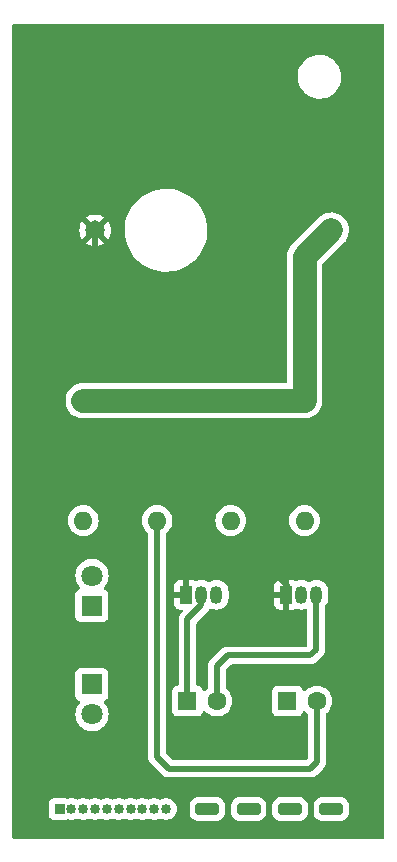
<source format=gbr>
%TF.GenerationSoftware,KiCad,Pcbnew,7.0.7*%
%TF.CreationDate,2024-04-06T11:31:03+09:00*%
%TF.ProjectId,PCB_AstMul,5043425f-4173-4744-9d75-6c2e6b696361,rev?*%
%TF.SameCoordinates,Original*%
%TF.FileFunction,Copper,L1,Top*%
%TF.FilePolarity,Positive*%
%FSLAX46Y46*%
G04 Gerber Fmt 4.6, Leading zero omitted, Abs format (unit mm)*
G04 Created by KiCad (PCBNEW 7.0.7) date 2024-04-06 11:31:03*
%MOMM*%
%LPD*%
G01*
G04 APERTURE LIST*
G04 Aperture macros list*
%AMRoundRect*
0 Rectangle with rounded corners*
0 $1 Rounding radius*
0 $2 $3 $4 $5 $6 $7 $8 $9 X,Y pos of 4 corners*
0 Add a 4 corners polygon primitive as box body*
4,1,4,$2,$3,$4,$5,$6,$7,$8,$9,$2,$3,0*
0 Add four circle primitives for the rounded corners*
1,1,$1+$1,$2,$3*
1,1,$1+$1,$4,$5*
1,1,$1+$1,$6,$7*
1,1,$1+$1,$8,$9*
0 Add four rect primitives between the rounded corners*
20,1,$1+$1,$2,$3,$4,$5,0*
20,1,$1+$1,$4,$5,$6,$7,0*
20,1,$1+$1,$6,$7,$8,$9,0*
20,1,$1+$1,$8,$9,$2,$3,0*%
G04 Aperture macros list end*
%TA.AperFunction,SMDPad,CuDef*%
%ADD10RoundRect,0.250000X0.750000X-0.250000X0.750000X0.250000X-0.750000X0.250000X-0.750000X-0.250000X0*%
%TD*%
%TA.AperFunction,ComponentPad*%
%ADD11R,1.050000X1.500000*%
%TD*%
%TA.AperFunction,ComponentPad*%
%ADD12O,1.050000X1.500000*%
%TD*%
%TA.AperFunction,ComponentPad*%
%ADD13R,1.800000X1.800000*%
%TD*%
%TA.AperFunction,ComponentPad*%
%ADD14C,1.800000*%
%TD*%
%TA.AperFunction,ComponentPad*%
%ADD15C,1.600000*%
%TD*%
%TA.AperFunction,ComponentPad*%
%ADD16O,1.600000X1.600000*%
%TD*%
%TA.AperFunction,ComponentPad*%
%ADD17R,0.850000X0.850000*%
%TD*%
%TA.AperFunction,ComponentPad*%
%ADD18O,0.850000X0.850000*%
%TD*%
%TA.AperFunction,ComponentPad*%
%ADD19R,1.600000X1.600000*%
%TD*%
%TA.AperFunction,ComponentPad*%
%ADD20C,1.650000*%
%TD*%
%TA.AperFunction,ViaPad*%
%ADD21C,0.800000*%
%TD*%
%TA.AperFunction,Conductor*%
%ADD22C,2.000000*%
%TD*%
%TA.AperFunction,Conductor*%
%ADD23C,0.500000*%
%TD*%
G04 APERTURE END LIST*
D10*
%TO.P,REF\u002A\u002A,1*%
%TO.N,N/C*%
X73000000Y-86500000D03*
%TD*%
%TO.P,REF\u002A\u002A,1*%
%TO.N,N/C*%
X66000000Y-86500000D03*
%TD*%
D11*
%TO.P,Q2,1,E*%
%TO.N,GND*%
X72691250Y-68360000D03*
D12*
%TO.P,Q2,2,C*%
%TO.N,Net-(D2-K)*%
X73961250Y-68360000D03*
%TO.P,Q2,3,B*%
%TO.N,Net-(Q2-B)*%
X75231250Y-68360000D03*
%TD*%
D10*
%TO.P,REF\u002A\u002A,1*%
%TO.N,N/C*%
X69500000Y-86500000D03*
%TD*%
D13*
%TO.P,D1,1,K*%
%TO.N,Net-(D1-K)*%
X56231250Y-75955000D03*
D14*
%TO.P,D1,2,A*%
%TO.N,Net-(D1-A)*%
X56231250Y-78495000D03*
%TD*%
D10*
%TO.P,REF\u002A\u002A,1*%
%TO.N,N/C*%
X76500000Y-86500000D03*
%TD*%
D15*
%TO.P,R1,1*%
%TO.N,+3V0*%
X74231250Y-51920000D03*
D16*
%TO.P,R1,2*%
%TO.N,Net-(D1-A)*%
X74231250Y-62080000D03*
%TD*%
D11*
%TO.P,Q1,1,E*%
%TO.N,GND*%
X64231250Y-68360000D03*
D12*
%TO.P,Q1,2,C*%
%TO.N,Net-(D1-K)*%
X65501250Y-68360000D03*
%TO.P,Q1,3,B*%
%TO.N,Net-(Q1-B)*%
X66771250Y-68360000D03*
%TD*%
D15*
%TO.P,R3,1*%
%TO.N,+3V0*%
X61743750Y-51920000D03*
D16*
%TO.P,R3,2*%
%TO.N,Net-(Q1-B)*%
X61743750Y-62080000D03*
%TD*%
D17*
%TO.P,REF\u002A\u002A,1*%
%TO.N,N/C*%
X53500000Y-86500000D03*
D18*
%TO.P,REF\u002A\u002A,2*%
X54500000Y-86500000D03*
%TO.P,REF\u002A\u002A,3*%
X55500000Y-86500000D03*
%TO.P,REF\u002A\u002A,4*%
X56500000Y-86500000D03*
%TO.P,REF\u002A\u002A,5*%
X57500000Y-86500000D03*
%TO.P,REF\u002A\u002A,6*%
X58500000Y-86500000D03*
%TO.P,REF\u002A\u002A,7*%
X59500000Y-86500000D03*
%TO.P,REF\u002A\u002A,8*%
X60500000Y-86500000D03*
%TO.P,REF\u002A\u002A,9*%
X61500000Y-86500000D03*
%TO.P,REF\u002A\u002A,10*%
X62500000Y-86500000D03*
%TD*%
D19*
%TO.P,C2,1*%
%TO.N,Net-(D2-K)*%
X72778871Y-77360000D03*
D15*
%TO.P,C2,2*%
%TO.N,Net-(Q1-B)*%
X75278871Y-77360000D03*
%TD*%
D20*
%TO.P,U1,1,1*%
%TO.N,GND*%
X56500000Y-37500000D03*
%TO.P,U1,2,2*%
%TO.N,+3V0*%
X76500000Y-37500000D03*
%TD*%
D13*
%TO.P,D2,1,K*%
%TO.N,Net-(D2-K)*%
X56231250Y-69275000D03*
D14*
%TO.P,D2,2,A*%
%TO.N,Net-(D2-A)*%
X56231250Y-66735000D03*
%TD*%
D19*
%TO.P,C1,1*%
%TO.N,Net-(D1-K)*%
X64318871Y-77360000D03*
D15*
%TO.P,C1,2*%
%TO.N,Net-(Q2-B)*%
X66818871Y-77360000D03*
%TD*%
%TO.P,R2,1*%
%TO.N,+3V0*%
X67987500Y-51920000D03*
D16*
%TO.P,R2,2*%
%TO.N,Net-(Q2-B)*%
X67987500Y-62080000D03*
%TD*%
D15*
%TO.P,R4,1*%
%TO.N,+3V0*%
X55500000Y-51920000D03*
D16*
%TO.P,R4,2*%
%TO.N,Net-(D2-A)*%
X55500000Y-62080000D03*
%TD*%
D21*
%TO.N,GND*%
X64500000Y-60500000D03*
X64500000Y-48500000D03*
%TD*%
D22*
%TO.N,+3V0*%
X74231250Y-39768750D02*
X76500000Y-37500000D01*
X74231250Y-51920000D02*
X74231250Y-39768750D01*
X55500000Y-51920000D02*
X74231250Y-51920000D01*
D23*
%TO.N,GND*%
X64731250Y-66500000D02*
X71731250Y-66500000D01*
X72691250Y-67540000D02*
X72691250Y-68360000D01*
X64231250Y-68360000D02*
X64231250Y-67000000D01*
X58000000Y-47500000D02*
X63500000Y-47500000D01*
X64500000Y-66268750D02*
X64731250Y-66500000D01*
X56500000Y-37500000D02*
X56500000Y-46000000D01*
X71731250Y-66500000D02*
X72731250Y-67500000D01*
X56500000Y-46000000D02*
X58000000Y-47500000D01*
X63500000Y-47500000D02*
X64500000Y-48500000D01*
X64231250Y-67000000D02*
X64731250Y-66500000D01*
X64500000Y-60500000D02*
X64500000Y-66268750D01*
X72731250Y-67500000D02*
X72691250Y-67540000D01*
%TO.N,Net-(D1-K)*%
X65501250Y-68360000D02*
X65501250Y-69265000D01*
X64318871Y-70447379D02*
X64318871Y-77360000D01*
X65501250Y-69265000D02*
X64318871Y-70447379D01*
%TO.N,Net-(Q1-B)*%
X74731250Y-83080000D02*
X75278871Y-82532379D01*
X75278871Y-82532379D02*
X75278871Y-77360000D01*
X61743750Y-62080000D02*
X61743750Y-82000000D01*
X61743750Y-82092500D02*
X62731250Y-83080000D01*
X62731250Y-83080000D02*
X74731250Y-83080000D01*
%TO.N,Net-(Q2-B)*%
X67731250Y-73500000D02*
X66818871Y-74412379D01*
X74731250Y-73500000D02*
X67731250Y-73500000D01*
X75231250Y-73000000D02*
X74731250Y-73500000D01*
X66818871Y-74412379D02*
X66818871Y-77360000D01*
X75231250Y-68360000D02*
X75231250Y-73000000D01*
%TD*%
%TA.AperFunction,Conductor*%
%TO.N,GND*%
G36*
X80942539Y-20020185D02*
G01*
X80988294Y-20072989D01*
X80999500Y-20124500D01*
X80999500Y-88875500D01*
X80979815Y-88942539D01*
X80927011Y-88988294D01*
X80875500Y-88999500D01*
X49624500Y-88999500D01*
X49557461Y-88979815D01*
X49511706Y-88927011D01*
X49500500Y-88875500D01*
X49500500Y-86972870D01*
X52574500Y-86972870D01*
X52574501Y-86972876D01*
X52580908Y-87032483D01*
X52631202Y-87167328D01*
X52631206Y-87167335D01*
X52717452Y-87282544D01*
X52717455Y-87282547D01*
X52832664Y-87368793D01*
X52832671Y-87368797D01*
X52967517Y-87419091D01*
X52967516Y-87419091D01*
X52974444Y-87419835D01*
X53027127Y-87425500D01*
X53972872Y-87425499D01*
X54032483Y-87419091D01*
X54124530Y-87384759D01*
X54194218Y-87379776D01*
X54206039Y-87383678D01*
X54206246Y-87383042D01*
X54212426Y-87385049D01*
X54212429Y-87385051D01*
X54402726Y-87425500D01*
X54597274Y-87425500D01*
X54787566Y-87385052D01*
X54787565Y-87385052D01*
X54787571Y-87385051D01*
X54949569Y-87312925D01*
X55018815Y-87303642D01*
X55050425Y-87312922D01*
X55212429Y-87385051D01*
X55212432Y-87385051D01*
X55212433Y-87385052D01*
X55402726Y-87425500D01*
X55597274Y-87425500D01*
X55787566Y-87385052D01*
X55787565Y-87385052D01*
X55787571Y-87385051D01*
X55949569Y-87312925D01*
X56018815Y-87303642D01*
X56050425Y-87312922D01*
X56212429Y-87385051D01*
X56212432Y-87385051D01*
X56212433Y-87385052D01*
X56402726Y-87425500D01*
X56597274Y-87425500D01*
X56787566Y-87385052D01*
X56787565Y-87385052D01*
X56787571Y-87385051D01*
X56949569Y-87312925D01*
X57018815Y-87303642D01*
X57050425Y-87312922D01*
X57212429Y-87385051D01*
X57212432Y-87385051D01*
X57212433Y-87385052D01*
X57402726Y-87425500D01*
X57597274Y-87425500D01*
X57787571Y-87385051D01*
X57949566Y-87312926D01*
X58018813Y-87303642D01*
X58050429Y-87312924D01*
X58212429Y-87385051D01*
X58402726Y-87425500D01*
X58597274Y-87425500D01*
X58787566Y-87385052D01*
X58787565Y-87385052D01*
X58787571Y-87385051D01*
X58949569Y-87312925D01*
X59018815Y-87303642D01*
X59050425Y-87312922D01*
X59212429Y-87385051D01*
X59212432Y-87385051D01*
X59212433Y-87385052D01*
X59402726Y-87425500D01*
X59597274Y-87425500D01*
X59787571Y-87385051D01*
X59949566Y-87312926D01*
X60018813Y-87303642D01*
X60050429Y-87312924D01*
X60212429Y-87385051D01*
X60402726Y-87425500D01*
X60597274Y-87425500D01*
X60787566Y-87385052D01*
X60787565Y-87385052D01*
X60787571Y-87385051D01*
X60949569Y-87312925D01*
X61018815Y-87303642D01*
X61050425Y-87312922D01*
X61212429Y-87385051D01*
X61212432Y-87385051D01*
X61212433Y-87385052D01*
X61402726Y-87425500D01*
X61597274Y-87425500D01*
X61787566Y-87385052D01*
X61787565Y-87385052D01*
X61787571Y-87385051D01*
X61949569Y-87312925D01*
X62018815Y-87303642D01*
X62050425Y-87312922D01*
X62212429Y-87385051D01*
X62212432Y-87385051D01*
X62212433Y-87385052D01*
X62402726Y-87425500D01*
X62597274Y-87425500D01*
X62787571Y-87385051D01*
X62965299Y-87305922D01*
X63122692Y-87191569D01*
X63144513Y-87167335D01*
X63150895Y-87160245D01*
X63252870Y-87046992D01*
X63350144Y-86878508D01*
X63375652Y-86800001D01*
X64499500Y-86800001D01*
X64499501Y-86800019D01*
X64510000Y-86902796D01*
X64510001Y-86902799D01*
X64565185Y-87069331D01*
X64565186Y-87069334D01*
X64657288Y-87218656D01*
X64781344Y-87342712D01*
X64930666Y-87434814D01*
X65097203Y-87489999D01*
X65199991Y-87500500D01*
X66800008Y-87500499D01*
X66902797Y-87489999D01*
X67069334Y-87434814D01*
X67218656Y-87342712D01*
X67342712Y-87218656D01*
X67434814Y-87069334D01*
X67489999Y-86902797D01*
X67500500Y-86800009D01*
X67500500Y-86800001D01*
X67999500Y-86800001D01*
X67999501Y-86800019D01*
X68010000Y-86902796D01*
X68010001Y-86902799D01*
X68065185Y-87069331D01*
X68065186Y-87069334D01*
X68157288Y-87218656D01*
X68281344Y-87342712D01*
X68430666Y-87434814D01*
X68597203Y-87489999D01*
X68699991Y-87500500D01*
X70300008Y-87500499D01*
X70402797Y-87489999D01*
X70569334Y-87434814D01*
X70718656Y-87342712D01*
X70842712Y-87218656D01*
X70934814Y-87069334D01*
X70989999Y-86902797D01*
X71000500Y-86800009D01*
X71000500Y-86800001D01*
X71499500Y-86800001D01*
X71499501Y-86800019D01*
X71510000Y-86902796D01*
X71510001Y-86902799D01*
X71565185Y-87069331D01*
X71565186Y-87069334D01*
X71657288Y-87218656D01*
X71781344Y-87342712D01*
X71930666Y-87434814D01*
X72097203Y-87489999D01*
X72199991Y-87500500D01*
X73800008Y-87500499D01*
X73902797Y-87489999D01*
X74069334Y-87434814D01*
X74218656Y-87342712D01*
X74342712Y-87218656D01*
X74434814Y-87069334D01*
X74489999Y-86902797D01*
X74500500Y-86800009D01*
X74500500Y-86800001D01*
X74999500Y-86800001D01*
X74999501Y-86800019D01*
X75010000Y-86902796D01*
X75010001Y-86902799D01*
X75065185Y-87069331D01*
X75065186Y-87069334D01*
X75157288Y-87218656D01*
X75281344Y-87342712D01*
X75430666Y-87434814D01*
X75597203Y-87489999D01*
X75699991Y-87500500D01*
X77300008Y-87500499D01*
X77402797Y-87489999D01*
X77569334Y-87434814D01*
X77718656Y-87342712D01*
X77842712Y-87218656D01*
X77934814Y-87069334D01*
X77989999Y-86902797D01*
X78000500Y-86800009D01*
X78000499Y-86199992D01*
X77989999Y-86097203D01*
X77934814Y-85930666D01*
X77842712Y-85781344D01*
X77718656Y-85657288D01*
X77584436Y-85574501D01*
X77569336Y-85565187D01*
X77569331Y-85565185D01*
X77567862Y-85564698D01*
X77402797Y-85510001D01*
X77402795Y-85510000D01*
X77300010Y-85499500D01*
X75699998Y-85499500D01*
X75699981Y-85499501D01*
X75597203Y-85510000D01*
X75597200Y-85510001D01*
X75430668Y-85565185D01*
X75430663Y-85565187D01*
X75281342Y-85657289D01*
X75157289Y-85781342D01*
X75065187Y-85930663D01*
X75065185Y-85930668D01*
X75057782Y-85953009D01*
X75010001Y-86097203D01*
X75010001Y-86097204D01*
X75010000Y-86097204D01*
X74999500Y-86199983D01*
X74999500Y-86800001D01*
X74500500Y-86800001D01*
X74500499Y-86199992D01*
X74489999Y-86097203D01*
X74434814Y-85930666D01*
X74342712Y-85781344D01*
X74218656Y-85657288D01*
X74084436Y-85574501D01*
X74069336Y-85565187D01*
X74069331Y-85565185D01*
X74067862Y-85564698D01*
X73902797Y-85510001D01*
X73902795Y-85510000D01*
X73800010Y-85499500D01*
X72199998Y-85499500D01*
X72199981Y-85499501D01*
X72097203Y-85510000D01*
X72097200Y-85510001D01*
X71930668Y-85565185D01*
X71930663Y-85565187D01*
X71781342Y-85657289D01*
X71657289Y-85781342D01*
X71565187Y-85930663D01*
X71565185Y-85930668D01*
X71557782Y-85953009D01*
X71510001Y-86097203D01*
X71510001Y-86097204D01*
X71510000Y-86097204D01*
X71499500Y-86199983D01*
X71499500Y-86800001D01*
X71000500Y-86800001D01*
X71000499Y-86199992D01*
X70989999Y-86097203D01*
X70934814Y-85930666D01*
X70842712Y-85781344D01*
X70718656Y-85657288D01*
X70584436Y-85574501D01*
X70569336Y-85565187D01*
X70569331Y-85565185D01*
X70567862Y-85564698D01*
X70402797Y-85510001D01*
X70402795Y-85510000D01*
X70300010Y-85499500D01*
X68699998Y-85499500D01*
X68699981Y-85499501D01*
X68597203Y-85510000D01*
X68597200Y-85510001D01*
X68430668Y-85565185D01*
X68430663Y-85565187D01*
X68281342Y-85657289D01*
X68157289Y-85781342D01*
X68065187Y-85930663D01*
X68065185Y-85930668D01*
X68057782Y-85953009D01*
X68010001Y-86097203D01*
X68010001Y-86097204D01*
X68010000Y-86097204D01*
X67999500Y-86199983D01*
X67999500Y-86800001D01*
X67500500Y-86800001D01*
X67500499Y-86199992D01*
X67489999Y-86097203D01*
X67434814Y-85930666D01*
X67342712Y-85781344D01*
X67218656Y-85657288D01*
X67084436Y-85574501D01*
X67069336Y-85565187D01*
X67069331Y-85565185D01*
X67067862Y-85564698D01*
X66902797Y-85510001D01*
X66902795Y-85510000D01*
X66800010Y-85499500D01*
X65199998Y-85499500D01*
X65199981Y-85499501D01*
X65097203Y-85510000D01*
X65097200Y-85510001D01*
X64930668Y-85565185D01*
X64930663Y-85565187D01*
X64781342Y-85657289D01*
X64657289Y-85781342D01*
X64565187Y-85930663D01*
X64565185Y-85930668D01*
X64557782Y-85953009D01*
X64510001Y-86097203D01*
X64510001Y-86097204D01*
X64510000Y-86097204D01*
X64499500Y-86199983D01*
X64499500Y-86800001D01*
X63375652Y-86800001D01*
X63410262Y-86693482D01*
X63430598Y-86500000D01*
X63410262Y-86306518D01*
X63350144Y-86121492D01*
X63350143Y-86121491D01*
X63350143Y-86121489D01*
X63350142Y-86121488D01*
X63295667Y-86027135D01*
X63252870Y-85953008D01*
X63201882Y-85896381D01*
X63122697Y-85808435D01*
X63122694Y-85808433D01*
X63122693Y-85808432D01*
X63122692Y-85808431D01*
X62997475Y-85717455D01*
X62965297Y-85694076D01*
X62824076Y-85631202D01*
X62787571Y-85614949D01*
X62787569Y-85614948D01*
X62597274Y-85574500D01*
X62402726Y-85574500D01*
X62212430Y-85614948D01*
X62212427Y-85614949D01*
X62050434Y-85687072D01*
X61981184Y-85696356D01*
X61949566Y-85687072D01*
X61787572Y-85614949D01*
X61787569Y-85614948D01*
X61597274Y-85574500D01*
X61402726Y-85574500D01*
X61212430Y-85614948D01*
X61212427Y-85614949D01*
X61050433Y-85687072D01*
X60981183Y-85696356D01*
X60949564Y-85687072D01*
X60824085Y-85631206D01*
X60787571Y-85614949D01*
X60787569Y-85614948D01*
X60597274Y-85574500D01*
X60402726Y-85574500D01*
X60212430Y-85614948D01*
X60212427Y-85614949D01*
X60050434Y-85687072D01*
X59981184Y-85696356D01*
X59949566Y-85687072D01*
X59787572Y-85614949D01*
X59787569Y-85614948D01*
X59597274Y-85574500D01*
X59402726Y-85574500D01*
X59212430Y-85614948D01*
X59212427Y-85614949D01*
X59050433Y-85687072D01*
X58981183Y-85696356D01*
X58949564Y-85687072D01*
X58824085Y-85631206D01*
X58787571Y-85614949D01*
X58787569Y-85614948D01*
X58597274Y-85574500D01*
X58402726Y-85574500D01*
X58212430Y-85614948D01*
X58212427Y-85614949D01*
X58050433Y-85687072D01*
X57981183Y-85696356D01*
X57949564Y-85687072D01*
X57824085Y-85631206D01*
X57787571Y-85614949D01*
X57787569Y-85614948D01*
X57597274Y-85574500D01*
X57402726Y-85574500D01*
X57212430Y-85614948D01*
X57212427Y-85614949D01*
X57050434Y-85687072D01*
X56981184Y-85696356D01*
X56949566Y-85687072D01*
X56787572Y-85614949D01*
X56787569Y-85614948D01*
X56597274Y-85574500D01*
X56402726Y-85574500D01*
X56212430Y-85614948D01*
X56212427Y-85614949D01*
X56050434Y-85687072D01*
X55981184Y-85696356D01*
X55949566Y-85687072D01*
X55787572Y-85614949D01*
X55787569Y-85614948D01*
X55597274Y-85574500D01*
X55402726Y-85574500D01*
X55212430Y-85614948D01*
X55212427Y-85614949D01*
X55050434Y-85687072D01*
X54981184Y-85696356D01*
X54949566Y-85687072D01*
X54787572Y-85614949D01*
X54787569Y-85614948D01*
X54597274Y-85574500D01*
X54402726Y-85574500D01*
X54212429Y-85614948D01*
X54206245Y-85616958D01*
X54205349Y-85614201D01*
X54148341Y-85621511D01*
X54124527Y-85615239D01*
X54032482Y-85580908D01*
X54032483Y-85580908D01*
X53972883Y-85574501D01*
X53972881Y-85574500D01*
X53972873Y-85574500D01*
X53972864Y-85574500D01*
X53027129Y-85574500D01*
X53027123Y-85574501D01*
X52967516Y-85580908D01*
X52832671Y-85631202D01*
X52832664Y-85631206D01*
X52717455Y-85717452D01*
X52717452Y-85717455D01*
X52631206Y-85832664D01*
X52631202Y-85832671D01*
X52580908Y-85967517D01*
X52574501Y-86027116D01*
X52574500Y-86027135D01*
X52574500Y-86972870D01*
X49500500Y-86972870D01*
X49500500Y-78495006D01*
X54825950Y-78495006D01*
X54845114Y-78726297D01*
X54845116Y-78726308D01*
X54902092Y-78951300D01*
X54995325Y-79163848D01*
X55122266Y-79358147D01*
X55122269Y-79358151D01*
X55122271Y-79358153D01*
X55279466Y-79528913D01*
X55279469Y-79528915D01*
X55279472Y-79528918D01*
X55462615Y-79671464D01*
X55462621Y-79671468D01*
X55462624Y-79671470D01*
X55666747Y-79781936D01*
X55780737Y-79821068D01*
X55886265Y-79857297D01*
X55886267Y-79857297D01*
X55886269Y-79857298D01*
X56115201Y-79895500D01*
X56115202Y-79895500D01*
X56347298Y-79895500D01*
X56347299Y-79895500D01*
X56576231Y-79857298D01*
X56795753Y-79781936D01*
X56999876Y-79671470D01*
X57183034Y-79528913D01*
X57340229Y-79358153D01*
X57467174Y-79163849D01*
X57560407Y-78951300D01*
X57617384Y-78726305D01*
X57623368Y-78654091D01*
X57636550Y-78495006D01*
X57636550Y-78494993D01*
X57617385Y-78263702D01*
X57617383Y-78263691D01*
X57560407Y-78038699D01*
X57467174Y-77826151D01*
X57340233Y-77631852D01*
X57340230Y-77631849D01*
X57340229Y-77631847D01*
X57245445Y-77528884D01*
X57214525Y-77466232D01*
X57222385Y-77396806D01*
X57266533Y-77342651D01*
X57293345Y-77328722D01*
X57373576Y-77298798D01*
X57373576Y-77298797D01*
X57373581Y-77298796D01*
X57488796Y-77212546D01*
X57575046Y-77097331D01*
X57625341Y-76962483D01*
X57631750Y-76902873D01*
X57631749Y-75007128D01*
X57625341Y-74947517D01*
X57575046Y-74812669D01*
X57575045Y-74812668D01*
X57575043Y-74812664D01*
X57488797Y-74697455D01*
X57488794Y-74697452D01*
X57373585Y-74611206D01*
X57373578Y-74611202D01*
X57238732Y-74560908D01*
X57238733Y-74560908D01*
X57179133Y-74554501D01*
X57179131Y-74554500D01*
X57179123Y-74554500D01*
X57179114Y-74554500D01*
X55283379Y-74554500D01*
X55283373Y-74554501D01*
X55223766Y-74560908D01*
X55088921Y-74611202D01*
X55088914Y-74611206D01*
X54973705Y-74697452D01*
X54973702Y-74697455D01*
X54887456Y-74812664D01*
X54887452Y-74812671D01*
X54837158Y-74947517D01*
X54830751Y-75007116D01*
X54830751Y-75007123D01*
X54830750Y-75007135D01*
X54830750Y-76902870D01*
X54830751Y-76902876D01*
X54837158Y-76962483D01*
X54887452Y-77097328D01*
X54887456Y-77097335D01*
X54973702Y-77212544D01*
X54973705Y-77212547D01*
X55088914Y-77298793D01*
X55088923Y-77298798D01*
X55169154Y-77328722D01*
X55225088Y-77370593D01*
X55249506Y-77436057D01*
X55234655Y-77504330D01*
X55217052Y-77528886D01*
X55122269Y-77631849D01*
X54995325Y-77826151D01*
X54902092Y-78038699D01*
X54845116Y-78263691D01*
X54845114Y-78263702D01*
X54825950Y-78494993D01*
X54825950Y-78495006D01*
X49500500Y-78495006D01*
X49500500Y-66735006D01*
X54825950Y-66735006D01*
X54845114Y-66966297D01*
X54845116Y-66966308D01*
X54902092Y-67191300D01*
X54995325Y-67403848D01*
X55122266Y-67598147D01*
X55122269Y-67598151D01*
X55122271Y-67598153D01*
X55217053Y-67701114D01*
X55247974Y-67763767D01*
X55240114Y-67833193D01*
X55195966Y-67887348D01*
X55169156Y-67901277D01*
X55088919Y-67931203D01*
X55088914Y-67931206D01*
X54973705Y-68017452D01*
X54973702Y-68017455D01*
X54887456Y-68132664D01*
X54887452Y-68132671D01*
X54837158Y-68267517D01*
X54830751Y-68327116D01*
X54830751Y-68327123D01*
X54830750Y-68327135D01*
X54830750Y-70222870D01*
X54830751Y-70222876D01*
X54837158Y-70282483D01*
X54887452Y-70417328D01*
X54887456Y-70417335D01*
X54973702Y-70532544D01*
X54973705Y-70532547D01*
X55088914Y-70618793D01*
X55088921Y-70618797D01*
X55223767Y-70669091D01*
X55223766Y-70669091D01*
X55230694Y-70669835D01*
X55283377Y-70675500D01*
X57179122Y-70675499D01*
X57238733Y-70669091D01*
X57373581Y-70618796D01*
X57488796Y-70532546D01*
X57575046Y-70417331D01*
X57625341Y-70282483D01*
X57631750Y-70222873D01*
X57631749Y-68327128D01*
X57625341Y-68267517D01*
X57602874Y-68207281D01*
X57575047Y-68132671D01*
X57575043Y-68132664D01*
X57488797Y-68017455D01*
X57488794Y-68017452D01*
X57373585Y-67931206D01*
X57373578Y-67931202D01*
X57293344Y-67901277D01*
X57237410Y-67859406D01*
X57212993Y-67793941D01*
X57227845Y-67725668D01*
X57245440Y-67701121D01*
X57340229Y-67598153D01*
X57467174Y-67403849D01*
X57560407Y-67191300D01*
X57617384Y-66966305D01*
X57636550Y-66735000D01*
X57636550Y-66734993D01*
X57617385Y-66503702D01*
X57617383Y-66503691D01*
X57560407Y-66278699D01*
X57467174Y-66066151D01*
X57340233Y-65871852D01*
X57340230Y-65871849D01*
X57340229Y-65871847D01*
X57183034Y-65701087D01*
X57183029Y-65701083D01*
X57183027Y-65701081D01*
X56999884Y-65558535D01*
X56999878Y-65558531D01*
X56795754Y-65448064D01*
X56795745Y-65448061D01*
X56576234Y-65372702D01*
X56404531Y-65344050D01*
X56347299Y-65334500D01*
X56115201Y-65334500D01*
X56069414Y-65342140D01*
X55886265Y-65372702D01*
X55666754Y-65448061D01*
X55666745Y-65448064D01*
X55462621Y-65558531D01*
X55462615Y-65558535D01*
X55279472Y-65701081D01*
X55279469Y-65701084D01*
X55122266Y-65871852D01*
X54995325Y-66066151D01*
X54902092Y-66278699D01*
X54845116Y-66503691D01*
X54845114Y-66503702D01*
X54825950Y-66734993D01*
X54825950Y-66735006D01*
X49500500Y-66735006D01*
X49500500Y-62080001D01*
X54194532Y-62080001D01*
X54214364Y-62306686D01*
X54214366Y-62306697D01*
X54273258Y-62526488D01*
X54273261Y-62526497D01*
X54369431Y-62732732D01*
X54369432Y-62732734D01*
X54499954Y-62919141D01*
X54660858Y-63080045D01*
X54660861Y-63080047D01*
X54847266Y-63210568D01*
X55053504Y-63306739D01*
X55273308Y-63365635D01*
X55435230Y-63379801D01*
X55499998Y-63385468D01*
X55500000Y-63385468D01*
X55500002Y-63385468D01*
X55556673Y-63380509D01*
X55726692Y-63365635D01*
X55946496Y-63306739D01*
X56152734Y-63210568D01*
X56339139Y-63080047D01*
X56500047Y-62919139D01*
X56630568Y-62732734D01*
X56726739Y-62526496D01*
X56785635Y-62306692D01*
X56805468Y-62080001D01*
X60438282Y-62080001D01*
X60458114Y-62306686D01*
X60458116Y-62306697D01*
X60517008Y-62526488D01*
X60517011Y-62526497D01*
X60613181Y-62732732D01*
X60613182Y-62732734D01*
X60743704Y-62919141D01*
X60904609Y-63080046D01*
X60940371Y-63105086D01*
X60983997Y-63159662D01*
X60993250Y-63206662D01*
X60993250Y-82028794D01*
X60991941Y-82046763D01*
X60988460Y-82070526D01*
X61003750Y-82245295D01*
X61058935Y-82411831D01*
X61058937Y-82411836D01*
X61151039Y-82561157D01*
X62155520Y-83565638D01*
X62167301Y-83579270D01*
X62181638Y-83598528D01*
X62221659Y-83632111D01*
X62225647Y-83635766D01*
X62231466Y-83641585D01*
X62231470Y-83641588D01*
X62231473Y-83641591D01*
X62257209Y-83661940D01*
X62316036Y-83711302D01*
X62316037Y-83711302D01*
X62316039Y-83711304D01*
X62322068Y-83715270D01*
X62322035Y-83715319D01*
X62328397Y-83719372D01*
X62328429Y-83719321D01*
X62334569Y-83723108D01*
X62334573Y-83723111D01*
X62369382Y-83739343D01*
X62404191Y-83755575D01*
X62422586Y-83764813D01*
X62472817Y-83790040D01*
X62472819Y-83790040D01*
X62479607Y-83792511D01*
X62479586Y-83792567D01*
X62486707Y-83795043D01*
X62486726Y-83794986D01*
X62493572Y-83797254D01*
X62493577Y-83797257D01*
X62493582Y-83797258D01*
X62493585Y-83797259D01*
X62568815Y-83812792D01*
X62643529Y-83830500D01*
X62643532Y-83830500D01*
X62643536Y-83830501D01*
X62650703Y-83831339D01*
X62650696Y-83831398D01*
X62658194Y-83832164D01*
X62658200Y-83832105D01*
X62665389Y-83832734D01*
X62665393Y-83832733D01*
X62665394Y-83832734D01*
X62742167Y-83830500D01*
X74667545Y-83830500D01*
X74685515Y-83831809D01*
X74709273Y-83835289D01*
X74761318Y-83830735D01*
X74766720Y-83830500D01*
X74774954Y-83830500D01*
X74774959Y-83830500D01*
X74786577Y-83829141D01*
X74807526Y-83826693D01*
X74820278Y-83825577D01*
X74884047Y-83819999D01*
X74884055Y-83819996D01*
X74891116Y-83818539D01*
X74891128Y-83818598D01*
X74898493Y-83816965D01*
X74898479Y-83816906D01*
X74905496Y-83815241D01*
X74905505Y-83815241D01*
X74977673Y-83788974D01*
X75050584Y-83764814D01*
X75050593Y-83764807D01*
X75057132Y-83761760D01*
X75057158Y-83761816D01*
X75063940Y-83758532D01*
X75063913Y-83758478D01*
X75070356Y-83755240D01*
X75070367Y-83755237D01*
X75134533Y-83713034D01*
X75199906Y-83672712D01*
X75199912Y-83672705D01*
X75205575Y-83668229D01*
X75205613Y-83668277D01*
X75211450Y-83663522D01*
X75211411Y-83663475D01*
X75216946Y-83658830D01*
X75269635Y-83602983D01*
X75517070Y-83355546D01*
X75764513Y-83108103D01*
X75778142Y-83096326D01*
X75797401Y-83081989D01*
X75830972Y-83041980D01*
X75834632Y-83037985D01*
X75840461Y-83032157D01*
X75860812Y-83006418D01*
X75866819Y-82999258D01*
X75910173Y-82947593D01*
X75910177Y-82947584D01*
X75914145Y-82941554D01*
X75914196Y-82941587D01*
X75918243Y-82935235D01*
X75918191Y-82935203D01*
X75921983Y-82929054D01*
X75954446Y-82859437D01*
X75988907Y-82790819D01*
X75988911Y-82790812D01*
X75988913Y-82790800D01*
X75991380Y-82784025D01*
X75991438Y-82784046D01*
X75993914Y-82776925D01*
X75993857Y-82776907D01*
X75996128Y-82770052D01*
X76011663Y-82694813D01*
X76029369Y-82620107D01*
X76029371Y-82620100D01*
X76029371Y-82620089D01*
X76030209Y-82612927D01*
X76030269Y-82612934D01*
X76031035Y-82605434D01*
X76030976Y-82605429D01*
X76031605Y-82598239D01*
X76029371Y-82521462D01*
X76029371Y-78486662D01*
X76049056Y-78419623D01*
X76082250Y-78385086D01*
X76118011Y-78360046D01*
X76278916Y-78199141D01*
X76278915Y-78199140D01*
X76278918Y-78199139D01*
X76409439Y-78012734D01*
X76505610Y-77806496D01*
X76564506Y-77586692D01*
X76584339Y-77360000D01*
X76564506Y-77133308D01*
X76505610Y-76913504D01*
X76409439Y-76707266D01*
X76296231Y-76545587D01*
X76278916Y-76520858D01*
X76118012Y-76359954D01*
X75931605Y-76229432D01*
X75931603Y-76229431D01*
X75725368Y-76133261D01*
X75725359Y-76133258D01*
X75505568Y-76074366D01*
X75505564Y-76074365D01*
X75505563Y-76074365D01*
X75505562Y-76074364D01*
X75505557Y-76074364D01*
X75278873Y-76054532D01*
X75278869Y-76054532D01*
X75052184Y-76074364D01*
X75052173Y-76074366D01*
X74832382Y-76133258D01*
X74832373Y-76133261D01*
X74626138Y-76229431D01*
X74626136Y-76229432D01*
X74439733Y-76359951D01*
X74282597Y-76517087D01*
X74221274Y-76550571D01*
X74151582Y-76545587D01*
X74095649Y-76503715D01*
X74074240Y-76457923D01*
X74072962Y-76452518D01*
X74022668Y-76317671D01*
X74022664Y-76317664D01*
X73936418Y-76202455D01*
X73936415Y-76202452D01*
X73821206Y-76116206D01*
X73821199Y-76116202D01*
X73686353Y-76065908D01*
X73686354Y-76065908D01*
X73626754Y-76059501D01*
X73626752Y-76059500D01*
X73626744Y-76059500D01*
X73626735Y-76059500D01*
X71931000Y-76059500D01*
X71930994Y-76059501D01*
X71871387Y-76065908D01*
X71736542Y-76116202D01*
X71736535Y-76116206D01*
X71621326Y-76202452D01*
X71621323Y-76202455D01*
X71535077Y-76317664D01*
X71535073Y-76317671D01*
X71484779Y-76452517D01*
X71478372Y-76512116D01*
X71478371Y-76512135D01*
X71478371Y-78207870D01*
X71478372Y-78207876D01*
X71484779Y-78267483D01*
X71535073Y-78402328D01*
X71535077Y-78402335D01*
X71621323Y-78517544D01*
X71621326Y-78517547D01*
X71736535Y-78603793D01*
X71736542Y-78603797D01*
X71871388Y-78654091D01*
X71871387Y-78654091D01*
X71878315Y-78654835D01*
X71930998Y-78660500D01*
X73626743Y-78660499D01*
X73686354Y-78654091D01*
X73821202Y-78603796D01*
X73936417Y-78517546D01*
X74022667Y-78402331D01*
X74072962Y-78267483D01*
X74072963Y-78267472D01*
X74074236Y-78262088D01*
X74108804Y-78201369D01*
X74170712Y-78168978D01*
X74240304Y-78175199D01*
X74282596Y-78202912D01*
X74439730Y-78360046D01*
X74475492Y-78385086D01*
X74519118Y-78439662D01*
X74528371Y-78486662D01*
X74528371Y-82170149D01*
X74508686Y-82237188D01*
X74492052Y-82257830D01*
X74456701Y-82293181D01*
X74395378Y-82326666D01*
X74369020Y-82329500D01*
X63093479Y-82329500D01*
X63026440Y-82309815D01*
X63005798Y-82293181D01*
X62530569Y-81817951D01*
X62497084Y-81756628D01*
X62494250Y-81730270D01*
X62494250Y-78207870D01*
X63018371Y-78207870D01*
X63018372Y-78207876D01*
X63024779Y-78267483D01*
X63075073Y-78402328D01*
X63075077Y-78402335D01*
X63161323Y-78517544D01*
X63161326Y-78517547D01*
X63276535Y-78603793D01*
X63276542Y-78603797D01*
X63411388Y-78654091D01*
X63411387Y-78654091D01*
X63418315Y-78654835D01*
X63470998Y-78660500D01*
X65166743Y-78660499D01*
X65226354Y-78654091D01*
X65361202Y-78603796D01*
X65476417Y-78517546D01*
X65562667Y-78402331D01*
X65612962Y-78267483D01*
X65612963Y-78267472D01*
X65614236Y-78262088D01*
X65648804Y-78201369D01*
X65710712Y-78168978D01*
X65780304Y-78175199D01*
X65822596Y-78202912D01*
X65979729Y-78360045D01*
X65979732Y-78360047D01*
X66166137Y-78490568D01*
X66372375Y-78586739D01*
X66592179Y-78645635D01*
X66754101Y-78659801D01*
X66818869Y-78665468D01*
X66818871Y-78665468D01*
X66818873Y-78665468D01*
X66875678Y-78660498D01*
X67045563Y-78645635D01*
X67265367Y-78586739D01*
X67471605Y-78490568D01*
X67658010Y-78360047D01*
X67818918Y-78199139D01*
X67949439Y-78012734D01*
X68045610Y-77806496D01*
X68104506Y-77586692D01*
X68124339Y-77360000D01*
X68104506Y-77133308D01*
X68045610Y-76913504D01*
X67949439Y-76707266D01*
X67836231Y-76545587D01*
X67818919Y-76520862D01*
X67750574Y-76452517D01*
X67658010Y-76359953D01*
X67653244Y-76356615D01*
X67622246Y-76334910D01*
X67578622Y-76280332D01*
X67569371Y-76233336D01*
X67569371Y-74774609D01*
X67589056Y-74707570D01*
X67605690Y-74686928D01*
X68005799Y-74286819D01*
X68067122Y-74253334D01*
X68093480Y-74250500D01*
X74667545Y-74250500D01*
X74685515Y-74251809D01*
X74709273Y-74255289D01*
X74761318Y-74250735D01*
X74766720Y-74250500D01*
X74774954Y-74250500D01*
X74774959Y-74250500D01*
X74786577Y-74249141D01*
X74807526Y-74246693D01*
X74820278Y-74245577D01*
X74884047Y-74239999D01*
X74884055Y-74239996D01*
X74891116Y-74238539D01*
X74891128Y-74238598D01*
X74898493Y-74236965D01*
X74898479Y-74236906D01*
X74905496Y-74235241D01*
X74905505Y-74235241D01*
X74977673Y-74208974D01*
X75050584Y-74184814D01*
X75050593Y-74184807D01*
X75057132Y-74181760D01*
X75057158Y-74181816D01*
X75063940Y-74178532D01*
X75063913Y-74178478D01*
X75070356Y-74175240D01*
X75070367Y-74175237D01*
X75134533Y-74133034D01*
X75199906Y-74092712D01*
X75199912Y-74092705D01*
X75205575Y-74088229D01*
X75205613Y-74088277D01*
X75211450Y-74083522D01*
X75211411Y-74083475D01*
X75216946Y-74078830D01*
X75269635Y-74022983D01*
X75493260Y-73799356D01*
X75716892Y-73575724D01*
X75730521Y-73563947D01*
X75749780Y-73549610D01*
X75783351Y-73509601D01*
X75787011Y-73505606D01*
X75792840Y-73499778D01*
X75813191Y-73474039D01*
X75819198Y-73466879D01*
X75862552Y-73415214D01*
X75862556Y-73415205D01*
X75866524Y-73409175D01*
X75866575Y-73409208D01*
X75870622Y-73402856D01*
X75870570Y-73402824D01*
X75874362Y-73396675D01*
X75906825Y-73327058D01*
X75941286Y-73258440D01*
X75941290Y-73258433D01*
X75941292Y-73258421D01*
X75943759Y-73251646D01*
X75943817Y-73251667D01*
X75946293Y-73244546D01*
X75946236Y-73244528D01*
X75948507Y-73237673D01*
X75964042Y-73162434D01*
X75981748Y-73087728D01*
X75981750Y-73087721D01*
X75981750Y-73087710D01*
X75982588Y-73080548D01*
X75982648Y-73080555D01*
X75983414Y-73073055D01*
X75983355Y-73073050D01*
X75983984Y-73065860D01*
X75981750Y-72989082D01*
X75981750Y-69331386D01*
X76001435Y-69264347D01*
X76009897Y-69252721D01*
X76088047Y-69157495D01*
X76088051Y-69157488D01*
X76183271Y-68979345D01*
X76183271Y-68979344D01*
X76183273Y-68979341D01*
X76241912Y-68786033D01*
X76256750Y-68635380D01*
X76256750Y-68084620D01*
X76241912Y-67933967D01*
X76183273Y-67740659D01*
X76183271Y-67740656D01*
X76183271Y-67740654D01*
X76088051Y-67562511D01*
X76088049Y-67562509D01*
X76088048Y-67562506D01*
X76038901Y-67502620D01*
X75959897Y-67406352D01*
X75803745Y-67278203D01*
X75803738Y-67278198D01*
X75625595Y-67182978D01*
X75432281Y-67124337D01*
X75253212Y-67106701D01*
X75231250Y-67104538D01*
X75231249Y-67104538D01*
X75030218Y-67124337D01*
X74836904Y-67182978D01*
X74654703Y-67280367D01*
X74586300Y-67294609D01*
X74537797Y-67280367D01*
X74355595Y-67182978D01*
X74162281Y-67124337D01*
X73961250Y-67104538D01*
X73760218Y-67124337D01*
X73622621Y-67166076D01*
X73566909Y-67182977D01*
X73566907Y-67182977D01*
X73565232Y-67183486D01*
X73495365Y-67184109D01*
X73466664Y-67169902D01*
X73466122Y-67170897D01*
X73458336Y-67166645D01*
X73323629Y-67116403D01*
X73323622Y-67116401D01*
X73264094Y-67110000D01*
X72941250Y-67110000D01*
X72941250Y-67875669D01*
X72921565Y-67942708D01*
X72868761Y-67988463D01*
X72799603Y-67998407D01*
X72776990Y-67992951D01*
X72753828Y-67985000D01*
X72753826Y-67985000D01*
X72660177Y-67985000D01*
X72660176Y-67985000D01*
X72585658Y-67997434D01*
X72516293Y-67989052D01*
X72462472Y-67944498D01*
X72441281Y-67877919D01*
X72441250Y-67875125D01*
X72441250Y-67110000D01*
X72118405Y-67110000D01*
X72058877Y-67116401D01*
X72058870Y-67116403D01*
X71924163Y-67166645D01*
X71924156Y-67166649D01*
X71809062Y-67252809D01*
X71809059Y-67252812D01*
X71722899Y-67367906D01*
X71722895Y-67367913D01*
X71672653Y-67502620D01*
X71672651Y-67502627D01*
X71666250Y-67562155D01*
X71666250Y-68110000D01*
X72203058Y-68110000D01*
X72270097Y-68129685D01*
X72315852Y-68182489D01*
X72325796Y-68251647D01*
X72323263Y-68264441D01*
X72322698Y-68266670D01*
X72312363Y-68391392D01*
X72328613Y-68455560D01*
X72325988Y-68525381D01*
X72286031Y-68582698D01*
X72221430Y-68609314D01*
X72208407Y-68610000D01*
X71666250Y-68610000D01*
X71666250Y-69157844D01*
X71672651Y-69217372D01*
X71672653Y-69217379D01*
X71722895Y-69352086D01*
X71722899Y-69352093D01*
X71809059Y-69467187D01*
X71809062Y-69467190D01*
X71924156Y-69553350D01*
X71924163Y-69553354D01*
X72058870Y-69603596D01*
X72058877Y-69603598D01*
X72118405Y-69609999D01*
X72118422Y-69610000D01*
X72441250Y-69610000D01*
X72441250Y-68844330D01*
X72460935Y-68777291D01*
X72513739Y-68731536D01*
X72582897Y-68721592D01*
X72605512Y-68727048D01*
X72628674Y-68735000D01*
X72722322Y-68735000D01*
X72722323Y-68735000D01*
X72796842Y-68722565D01*
X72866205Y-68730947D01*
X72920027Y-68775500D01*
X72941218Y-68842078D01*
X72941250Y-68844874D01*
X72941250Y-69610000D01*
X73264078Y-69610000D01*
X73264094Y-69609999D01*
X73323622Y-69603598D01*
X73323626Y-69603597D01*
X73458343Y-69553350D01*
X73466126Y-69549101D01*
X73467321Y-69551289D01*
X73520359Y-69531492D01*
X73565232Y-69536513D01*
X73566903Y-69537020D01*
X73566909Y-69537023D01*
X73760217Y-69595662D01*
X73961250Y-69615462D01*
X74162283Y-69595662D01*
X74320756Y-69547589D01*
X74390621Y-69546966D01*
X74449734Y-69584214D01*
X74479325Y-69647508D01*
X74480750Y-69666250D01*
X74480750Y-72625500D01*
X74461065Y-72692539D01*
X74408261Y-72738294D01*
X74356750Y-72749500D01*
X67794955Y-72749500D01*
X67776985Y-72748191D01*
X67753222Y-72744710D01*
X67707783Y-72748686D01*
X67701181Y-72749264D01*
X67695780Y-72749500D01*
X67687539Y-72749500D01*
X67665829Y-72752037D01*
X67654974Y-72753306D01*
X67639669Y-72754645D01*
X67578449Y-72760001D01*
X67571382Y-72761460D01*
X67571370Y-72761404D01*
X67564013Y-72763035D01*
X67564027Y-72763092D01*
X67556993Y-72764759D01*
X67484825Y-72791025D01*
X67411925Y-72815181D01*
X67405376Y-72818236D01*
X67405351Y-72818183D01*
X67398558Y-72821471D01*
X67398584Y-72821523D01*
X67392130Y-72824764D01*
X67327958Y-72866971D01*
X67262597Y-72907285D01*
X67256933Y-72911765D01*
X67256897Y-72911719D01*
X67251048Y-72916484D01*
X67251085Y-72916528D01*
X67245560Y-72921164D01*
X67192848Y-72977034D01*
X66333229Y-73836651D01*
X66319600Y-73848430D01*
X66300339Y-73862769D01*
X66266769Y-73902776D01*
X66263124Y-73906755D01*
X66257280Y-73912601D01*
X66236930Y-73938338D01*
X66187566Y-73997168D01*
X66183600Y-74003198D01*
X66183553Y-74003167D01*
X66179501Y-74009526D01*
X66179550Y-74009556D01*
X66175760Y-74015700D01*
X66143295Y-74085320D01*
X66108831Y-74153945D01*
X66106359Y-74160736D01*
X66106303Y-74160715D01*
X66103831Y-74167829D01*
X66103886Y-74167848D01*
X66101613Y-74174706D01*
X66094538Y-74208974D01*
X66086078Y-74249944D01*
X66077339Y-74286819D01*
X66068369Y-74324665D01*
X66067532Y-74331833D01*
X66067472Y-74331826D01*
X66066706Y-74339324D01*
X66066766Y-74339330D01*
X66066136Y-74346519D01*
X66068371Y-74423295D01*
X66068370Y-76233337D01*
X66048685Y-76300377D01*
X66015495Y-76334911D01*
X65979734Y-76359951D01*
X65822597Y-76517087D01*
X65761273Y-76550571D01*
X65691582Y-76545586D01*
X65635648Y-76503715D01*
X65614240Y-76457923D01*
X65612962Y-76452518D01*
X65562668Y-76317671D01*
X65562664Y-76317664D01*
X65476418Y-76202455D01*
X65476415Y-76202452D01*
X65361206Y-76116206D01*
X65361199Y-76116202D01*
X65226354Y-76065908D01*
X65180114Y-76060937D01*
X65115564Y-76034199D01*
X65075716Y-75976806D01*
X65069371Y-75937648D01*
X65069371Y-73396675D01*
X65069371Y-70809603D01*
X65089055Y-70742568D01*
X65105680Y-70721936D01*
X65986888Y-69840727D01*
X66000517Y-69828950D01*
X66019780Y-69814610D01*
X66019782Y-69814606D01*
X66019784Y-69814606D01*
X66037913Y-69792999D01*
X66053363Y-69774585D01*
X66057017Y-69770599D01*
X66062840Y-69764777D01*
X66083173Y-69739060D01*
X66132552Y-69680214D01*
X66132559Y-69680198D01*
X66136522Y-69674176D01*
X66136574Y-69674210D01*
X66140621Y-69667858D01*
X66140567Y-69667825D01*
X66144354Y-69661684D01*
X66144360Y-69661677D01*
X66168458Y-69609999D01*
X66176809Y-69592090D01*
X66183869Y-69578031D01*
X66231543Y-69526953D01*
X66299264Y-69509759D01*
X66353137Y-69524316D01*
X66376909Y-69537023D01*
X66570217Y-69595662D01*
X66771250Y-69615462D01*
X66972283Y-69595662D01*
X67165591Y-69537023D01*
X67343744Y-69441798D01*
X67499897Y-69313647D01*
X67628048Y-69157494D01*
X67723273Y-68979341D01*
X67781912Y-68786033D01*
X67796750Y-68635380D01*
X67796750Y-68084620D01*
X67781912Y-67933967D01*
X67723273Y-67740659D01*
X67723271Y-67740656D01*
X67723271Y-67740654D01*
X67628051Y-67562511D01*
X67628049Y-67562509D01*
X67628048Y-67562506D01*
X67578901Y-67502620D01*
X67499897Y-67406352D01*
X67343745Y-67278203D01*
X67343738Y-67278198D01*
X67165595Y-67182978D01*
X66972281Y-67124337D01*
X66771250Y-67104538D01*
X66570218Y-67124337D01*
X66376904Y-67182978D01*
X66194703Y-67280367D01*
X66126300Y-67294609D01*
X66077797Y-67280367D01*
X65895595Y-67182978D01*
X65702281Y-67124337D01*
X65523212Y-67106701D01*
X65501250Y-67104538D01*
X65501249Y-67104538D01*
X65300218Y-67124337D01*
X65162621Y-67166076D01*
X65106909Y-67182977D01*
X65106907Y-67182977D01*
X65105232Y-67183486D01*
X65035365Y-67184109D01*
X65006664Y-67169902D01*
X65006122Y-67170897D01*
X64998336Y-67166645D01*
X64863629Y-67116403D01*
X64863622Y-67116401D01*
X64804094Y-67110000D01*
X64481250Y-67110000D01*
X64481250Y-67875669D01*
X64461565Y-67942708D01*
X64408761Y-67988463D01*
X64339603Y-67998407D01*
X64316990Y-67992951D01*
X64293828Y-67985000D01*
X64293826Y-67985000D01*
X64200177Y-67985000D01*
X64200176Y-67985000D01*
X64125658Y-67997434D01*
X64056293Y-67989052D01*
X64002472Y-67944498D01*
X63981281Y-67877919D01*
X63981250Y-67875125D01*
X63981250Y-67110000D01*
X63658405Y-67110000D01*
X63598877Y-67116401D01*
X63598870Y-67116403D01*
X63464163Y-67166645D01*
X63464156Y-67166649D01*
X63349062Y-67252809D01*
X63349059Y-67252812D01*
X63262899Y-67367906D01*
X63262895Y-67367913D01*
X63212653Y-67502620D01*
X63212651Y-67502627D01*
X63206250Y-67562155D01*
X63206250Y-68110000D01*
X63743058Y-68110000D01*
X63810097Y-68129685D01*
X63855852Y-68182489D01*
X63865796Y-68251647D01*
X63863263Y-68264441D01*
X63862698Y-68266670D01*
X63852363Y-68391392D01*
X63868613Y-68455560D01*
X63865988Y-68525381D01*
X63826031Y-68582698D01*
X63761430Y-68609314D01*
X63748407Y-68610000D01*
X63206250Y-68610000D01*
X63206250Y-69157844D01*
X63212651Y-69217372D01*
X63212653Y-69217379D01*
X63262895Y-69352086D01*
X63262899Y-69352093D01*
X63349059Y-69467187D01*
X63349062Y-69467190D01*
X63464156Y-69553350D01*
X63464163Y-69553354D01*
X63598870Y-69603596D01*
X63598877Y-69603598D01*
X63658405Y-69609999D01*
X63658422Y-69610000D01*
X63795519Y-69610000D01*
X63862558Y-69629685D01*
X63908313Y-69682489D01*
X63918257Y-69751647D01*
X63889232Y-69815203D01*
X63883199Y-69821682D01*
X63833228Y-69871652D01*
X63819600Y-69883430D01*
X63800339Y-69897769D01*
X63766769Y-69937776D01*
X63763124Y-69941755D01*
X63757280Y-69947601D01*
X63736930Y-69973338D01*
X63687566Y-70032168D01*
X63683600Y-70038198D01*
X63683553Y-70038167D01*
X63679501Y-70044526D01*
X63679550Y-70044556D01*
X63675760Y-70050700D01*
X63643295Y-70120320D01*
X63608831Y-70188945D01*
X63606359Y-70195736D01*
X63606303Y-70195715D01*
X63603831Y-70202829D01*
X63603886Y-70202848D01*
X63601613Y-70209706D01*
X63593845Y-70247325D01*
X63586078Y-70284944D01*
X63572872Y-70340663D01*
X63568369Y-70359665D01*
X63567532Y-70366833D01*
X63567472Y-70366826D01*
X63566706Y-70374324D01*
X63566766Y-70374330D01*
X63566136Y-70381519D01*
X63568371Y-70458295D01*
X63568371Y-75937648D01*
X63548686Y-76004687D01*
X63495882Y-76050442D01*
X63457626Y-76060938D01*
X63411387Y-76065909D01*
X63276542Y-76116202D01*
X63276535Y-76116206D01*
X63161326Y-76202452D01*
X63161323Y-76202455D01*
X63075077Y-76317664D01*
X63075073Y-76317671D01*
X63024779Y-76452517D01*
X63018372Y-76512116D01*
X63018371Y-76512135D01*
X63018371Y-78207870D01*
X62494250Y-78207870D01*
X62494250Y-63206662D01*
X62513935Y-63139623D01*
X62547129Y-63105086D01*
X62582890Y-63080046D01*
X62743795Y-62919141D01*
X62743794Y-62919140D01*
X62743797Y-62919139D01*
X62874318Y-62732734D01*
X62970489Y-62526496D01*
X63029385Y-62306692D01*
X63049218Y-62080001D01*
X66682032Y-62080001D01*
X66701864Y-62306686D01*
X66701866Y-62306697D01*
X66760758Y-62526488D01*
X66760761Y-62526497D01*
X66856931Y-62732732D01*
X66856932Y-62732734D01*
X66987454Y-62919141D01*
X67148358Y-63080045D01*
X67148361Y-63080047D01*
X67334766Y-63210568D01*
X67541004Y-63306739D01*
X67760808Y-63365635D01*
X67922730Y-63379801D01*
X67987498Y-63385468D01*
X67987500Y-63385468D01*
X67987502Y-63385468D01*
X68044172Y-63380509D01*
X68214192Y-63365635D01*
X68433996Y-63306739D01*
X68640234Y-63210568D01*
X68826639Y-63080047D01*
X68987547Y-62919139D01*
X69118068Y-62732734D01*
X69214239Y-62526496D01*
X69273135Y-62306692D01*
X69292968Y-62080001D01*
X72925782Y-62080001D01*
X72945614Y-62306686D01*
X72945616Y-62306697D01*
X73004508Y-62526488D01*
X73004511Y-62526497D01*
X73100681Y-62732732D01*
X73100682Y-62732734D01*
X73231204Y-62919141D01*
X73392108Y-63080045D01*
X73392111Y-63080047D01*
X73578516Y-63210568D01*
X73784754Y-63306739D01*
X74004558Y-63365635D01*
X74166480Y-63379801D01*
X74231248Y-63385468D01*
X74231250Y-63385468D01*
X74231252Y-63385468D01*
X74287923Y-63380509D01*
X74457942Y-63365635D01*
X74677746Y-63306739D01*
X74883984Y-63210568D01*
X75070389Y-63080047D01*
X75231297Y-62919139D01*
X75361818Y-62732734D01*
X75457989Y-62526496D01*
X75516885Y-62306692D01*
X75536718Y-62080000D01*
X75516885Y-61853308D01*
X75457989Y-61633504D01*
X75361818Y-61427266D01*
X75231297Y-61240861D01*
X75231295Y-61240858D01*
X75070391Y-61079954D01*
X74883984Y-60949432D01*
X74883982Y-60949431D01*
X74677747Y-60853261D01*
X74677738Y-60853258D01*
X74457947Y-60794366D01*
X74457943Y-60794365D01*
X74457942Y-60794365D01*
X74457941Y-60794364D01*
X74457936Y-60794364D01*
X74231252Y-60774532D01*
X74231248Y-60774532D01*
X74004563Y-60794364D01*
X74004552Y-60794366D01*
X73784761Y-60853258D01*
X73784752Y-60853261D01*
X73578517Y-60949431D01*
X73578515Y-60949432D01*
X73392108Y-61079954D01*
X73231204Y-61240858D01*
X73100682Y-61427265D01*
X73100681Y-61427267D01*
X73004511Y-61633502D01*
X73004508Y-61633511D01*
X72945616Y-61853302D01*
X72945614Y-61853313D01*
X72925782Y-62079998D01*
X72925782Y-62080001D01*
X69292968Y-62080001D01*
X69292968Y-62080000D01*
X69273135Y-61853308D01*
X69214239Y-61633504D01*
X69118068Y-61427266D01*
X68987547Y-61240861D01*
X68987545Y-61240858D01*
X68826641Y-61079954D01*
X68640234Y-60949432D01*
X68640232Y-60949431D01*
X68433997Y-60853261D01*
X68433988Y-60853258D01*
X68214197Y-60794366D01*
X68214193Y-60794365D01*
X68214192Y-60794365D01*
X68214191Y-60794364D01*
X68214186Y-60794364D01*
X67987502Y-60774532D01*
X67987498Y-60774532D01*
X67760813Y-60794364D01*
X67760802Y-60794366D01*
X67541011Y-60853258D01*
X67541002Y-60853261D01*
X67334767Y-60949431D01*
X67334765Y-60949432D01*
X67148358Y-61079954D01*
X66987454Y-61240858D01*
X66856932Y-61427265D01*
X66856931Y-61427267D01*
X66760761Y-61633502D01*
X66760758Y-61633511D01*
X66701866Y-61853302D01*
X66701864Y-61853313D01*
X66682032Y-62079998D01*
X66682032Y-62080001D01*
X63049218Y-62080001D01*
X63049218Y-62080000D01*
X63029385Y-61853308D01*
X62970489Y-61633504D01*
X62874318Y-61427266D01*
X62743797Y-61240861D01*
X62743795Y-61240858D01*
X62582891Y-61079954D01*
X62396484Y-60949432D01*
X62396482Y-60949431D01*
X62190247Y-60853261D01*
X62190238Y-60853258D01*
X61970447Y-60794366D01*
X61970443Y-60794365D01*
X61970442Y-60794365D01*
X61970441Y-60794364D01*
X61970436Y-60794364D01*
X61743752Y-60774532D01*
X61743748Y-60774532D01*
X61517063Y-60794364D01*
X61517052Y-60794366D01*
X61297261Y-60853258D01*
X61297252Y-60853261D01*
X61091017Y-60949431D01*
X61091015Y-60949432D01*
X60904608Y-61079954D01*
X60743704Y-61240858D01*
X60613182Y-61427265D01*
X60613181Y-61427267D01*
X60517011Y-61633502D01*
X60517008Y-61633511D01*
X60458116Y-61853302D01*
X60458114Y-61853313D01*
X60438282Y-62079998D01*
X60438282Y-62080001D01*
X56805468Y-62080001D01*
X56805468Y-62080000D01*
X56785635Y-61853308D01*
X56726739Y-61633504D01*
X56630568Y-61427266D01*
X56500047Y-61240861D01*
X56500045Y-61240858D01*
X56339141Y-61079954D01*
X56152734Y-60949432D01*
X56152732Y-60949431D01*
X55946497Y-60853261D01*
X55946488Y-60853258D01*
X55726697Y-60794366D01*
X55726693Y-60794365D01*
X55726692Y-60794365D01*
X55726691Y-60794364D01*
X55726686Y-60794364D01*
X55500002Y-60774532D01*
X55499998Y-60774532D01*
X55273313Y-60794364D01*
X55273302Y-60794366D01*
X55053511Y-60853258D01*
X55053502Y-60853261D01*
X54847267Y-60949431D01*
X54847265Y-60949432D01*
X54660858Y-61079954D01*
X54499954Y-61240858D01*
X54369432Y-61427265D01*
X54369431Y-61427267D01*
X54273261Y-61633502D01*
X54273258Y-61633511D01*
X54214366Y-61853302D01*
X54214364Y-61853313D01*
X54194532Y-62079998D01*
X54194532Y-62080001D01*
X49500500Y-62080001D01*
X49500500Y-52044334D01*
X53999499Y-52044334D01*
X54040429Y-52289616D01*
X54121169Y-52524802D01*
X54121172Y-52524811D01*
X54209883Y-52688734D01*
X54239526Y-52743509D01*
X54392262Y-52939744D01*
X54487847Y-53027736D01*
X54575217Y-53108166D01*
X54783393Y-53244173D01*
X55011118Y-53344063D01*
X55151336Y-53379571D01*
X55252179Y-53405108D01*
X55252181Y-53405108D01*
X55252186Y-53405109D01*
X55385376Y-53416145D01*
X55437933Y-53420500D01*
X55437935Y-53420500D01*
X74355580Y-53420500D01*
X74355585Y-53420500D01*
X74414483Y-53410670D01*
X74419559Y-53410038D01*
X74479071Y-53405108D01*
X74536972Y-53390445D01*
X74541958Y-53389400D01*
X74600864Y-53379571D01*
X74657346Y-53360179D01*
X74662234Y-53358723D01*
X74720131Y-53344063D01*
X74774810Y-53320077D01*
X74779573Y-53318218D01*
X74836060Y-53298828D01*
X74888577Y-53270405D01*
X74893170Y-53268159D01*
X74947857Y-53244173D01*
X74997843Y-53211515D01*
X75002233Y-53208898D01*
X75054759Y-53180474D01*
X75101899Y-53143782D01*
X75106045Y-53140822D01*
X75156035Y-53108164D01*
X75199970Y-53067717D01*
X75203863Y-53064419D01*
X75250994Y-53027738D01*
X75291456Y-52983783D01*
X75295033Y-52980206D01*
X75338988Y-52939744D01*
X75375669Y-52892613D01*
X75378972Y-52888715D01*
X75419414Y-52844785D01*
X75452072Y-52794795D01*
X75455032Y-52790649D01*
X75491724Y-52743509D01*
X75520148Y-52690983D01*
X75522765Y-52686593D01*
X75555422Y-52636608D01*
X75555423Y-52636607D01*
X75579409Y-52581920D01*
X75581656Y-52577327D01*
X75610078Y-52524810D01*
X75629468Y-52468323D01*
X75631327Y-52463560D01*
X75655313Y-52408881D01*
X75669973Y-52350984D01*
X75671431Y-52346092D01*
X75690821Y-52289614D01*
X75700650Y-52230708D01*
X75701695Y-52225722D01*
X75716358Y-52167821D01*
X75721288Y-52108309D01*
X75721922Y-52103225D01*
X75731750Y-52044335D01*
X75731750Y-51795665D01*
X75731750Y-51795664D01*
X75731750Y-40441640D01*
X75751435Y-40374601D01*
X75768069Y-40353959D01*
X77604900Y-38517129D01*
X77634055Y-38482704D01*
X77725366Y-38374894D01*
X77852656Y-38161274D01*
X77929138Y-37965265D01*
X77943046Y-37929623D01*
X77943048Y-37929616D01*
X77943049Y-37929614D01*
X77994081Y-37686237D01*
X78004357Y-37437779D01*
X77973598Y-37191019D01*
X77937375Y-37069347D01*
X77902644Y-36952685D01*
X77793433Y-36729291D01*
X77793429Y-36729284D01*
X77648930Y-36526901D01*
X77473098Y-36351069D01*
X77270715Y-36206570D01*
X77270708Y-36206566D01*
X77047314Y-36097355D01*
X76808985Y-36026403D01*
X76808981Y-36026402D01*
X76562221Y-35995643D01*
X76562218Y-35995643D01*
X76313765Y-36005918D01*
X76070383Y-36056951D01*
X76070376Y-36056953D01*
X75838729Y-36147342D01*
X75625107Y-36274633D01*
X75482871Y-36395100D01*
X73238838Y-38639132D01*
X73233077Y-38644221D01*
X73211506Y-38661012D01*
X73148299Y-38729672D01*
X73126352Y-38751619D01*
X73126348Y-38751624D01*
X73106283Y-38775314D01*
X73075891Y-38808328D01*
X73043084Y-38843966D01*
X73028142Y-38866837D01*
X73023547Y-38873000D01*
X73005885Y-38893854D01*
X72958110Y-38974028D01*
X72907078Y-39052140D01*
X72907074Y-39052147D01*
X72896103Y-39077159D01*
X72892585Y-39083994D01*
X72878598Y-39107467D01*
X72878593Y-39107476D01*
X72844670Y-39194413D01*
X72807185Y-39279873D01*
X72800476Y-39306366D01*
X72798131Y-39313685D01*
X72788203Y-39339129D01*
X72788198Y-39339145D01*
X72769051Y-39430461D01*
X72746142Y-39520925D01*
X72746140Y-39520935D01*
X72743885Y-39548158D01*
X72742776Y-39555766D01*
X72737170Y-39582500D01*
X72737169Y-39582513D01*
X72733312Y-39675759D01*
X72730750Y-39706686D01*
X72730750Y-39737714D01*
X72726892Y-39830969D01*
X72726892Y-39830970D01*
X72730273Y-39858092D01*
X72730750Y-39865768D01*
X72730750Y-50295500D01*
X72711065Y-50362539D01*
X72658261Y-50408294D01*
X72606750Y-50419500D01*
X55437933Y-50419500D01*
X55418521Y-50421108D01*
X55252186Y-50434890D01*
X55252175Y-50434892D01*
X55011118Y-50495936D01*
X54783393Y-50595826D01*
X54575217Y-50731833D01*
X54392261Y-50900257D01*
X54239524Y-51096493D01*
X54121172Y-51315188D01*
X54121169Y-51315197D01*
X54040429Y-51550383D01*
X53999499Y-51795665D01*
X53999499Y-52044334D01*
X49500500Y-52044334D01*
X49500500Y-37500000D01*
X55169939Y-37500000D01*
X55190145Y-37730958D01*
X55190147Y-37730968D01*
X55250148Y-37954900D01*
X55250152Y-37954909D01*
X55348132Y-38165029D01*
X55348133Y-38165031D01*
X55403023Y-38243422D01*
X55403023Y-38243423D01*
X55851482Y-37794964D01*
X55912805Y-37761479D01*
X55982496Y-37766463D01*
X56038430Y-37808334D01*
X56041514Y-37813249D01*
X56041549Y-37813225D01*
X56046441Y-37820156D01*
X56148669Y-37929614D01*
X56149638Y-37930652D01*
X56184698Y-37951973D01*
X56231749Y-38003623D01*
X56243407Y-38072513D01*
X56215970Y-38136770D01*
X56207950Y-38145601D01*
X55756575Y-38596975D01*
X55834968Y-38651866D01*
X55834970Y-38651867D01*
X56045090Y-38749847D01*
X56045099Y-38749851D01*
X56269031Y-38809852D01*
X56269041Y-38809854D01*
X56499999Y-38830061D01*
X56500001Y-38830061D01*
X56730958Y-38809854D01*
X56730968Y-38809852D01*
X56954900Y-38749851D01*
X56954909Y-38749847D01*
X57165030Y-38651867D01*
X57243423Y-38596975D01*
X56793166Y-38146718D01*
X56759681Y-38085395D01*
X56764665Y-38015703D01*
X56802588Y-37962853D01*
X56905739Y-37878934D01*
X56956052Y-37807655D01*
X57010793Y-37764239D01*
X57080318Y-37757310D01*
X57142553Y-37789068D01*
X57145037Y-37791484D01*
X57596975Y-38243423D01*
X57651867Y-38165030D01*
X57749847Y-37954909D01*
X57749851Y-37954900D01*
X57809852Y-37730968D01*
X57809854Y-37730958D01*
X57821896Y-37593317D01*
X58995774Y-37593317D01*
X59006791Y-37730958D01*
X59025545Y-37965270D01*
X59094685Y-38331947D01*
X59202404Y-38689191D01*
X59347491Y-39032970D01*
X59528291Y-39359370D01*
X59528294Y-39359374D01*
X59742769Y-39664713D01*
X59988484Y-39945525D01*
X60129524Y-40075727D01*
X60262656Y-40198629D01*
X60471731Y-40353959D01*
X60562177Y-40421155D01*
X60883655Y-40610584D01*
X61223447Y-40764769D01*
X61577702Y-40881963D01*
X61942408Y-40960838D01*
X62313431Y-41000500D01*
X62593211Y-41000500D01*
X62593213Y-41000500D01*
X62675835Y-40996096D01*
X62872594Y-40985610D01*
X62872598Y-40985609D01*
X62872608Y-40985609D01*
X63240995Y-40926256D01*
X63600986Y-40828083D01*
X63948502Y-40692201D01*
X64279606Y-40520150D01*
X64590547Y-40313880D01*
X64877800Y-40075727D01*
X65138113Y-39808391D01*
X65368534Y-39514899D01*
X65566454Y-39198578D01*
X65729630Y-38863011D01*
X65856212Y-38512000D01*
X65944768Y-38149524D01*
X65994293Y-37779688D01*
X66004226Y-37406683D01*
X65974455Y-37034735D01*
X65905316Y-36668059D01*
X65862753Y-36526901D01*
X65797595Y-36310808D01*
X65652508Y-35967029D01*
X65471708Y-35640629D01*
X65471705Y-35640625D01*
X65362465Y-35485105D01*
X65257231Y-35335287D01*
X65011516Y-35054475D01*
X64737345Y-34801372D01*
X64737343Y-34801370D01*
X64437833Y-34578852D01*
X64437830Y-34578850D01*
X64437823Y-34578845D01*
X64116345Y-34389416D01*
X63776553Y-34235231D01*
X63776549Y-34235229D01*
X63776543Y-34235227D01*
X63422302Y-34118038D01*
X63422289Y-34118035D01*
X63057595Y-34039162D01*
X63057588Y-34039161D01*
X62686569Y-33999500D01*
X62406787Y-33999500D01*
X62385723Y-34000622D01*
X62127405Y-34014389D01*
X62127379Y-34014392D01*
X61759007Y-34073743D01*
X61759004Y-34073744D01*
X61399013Y-34171917D01*
X61237089Y-34235231D01*
X61051498Y-34307799D01*
X61051496Y-34307799D01*
X61051496Y-34307800D01*
X60720398Y-34479847D01*
X60409458Y-34686116D01*
X60409449Y-34686122D01*
X60122211Y-34924263D01*
X60122196Y-34924277D01*
X59861888Y-35191607D01*
X59631469Y-35485095D01*
X59631462Y-35485105D01*
X59433548Y-35801416D01*
X59433546Y-35801421D01*
X59270367Y-36136994D01*
X59143786Y-36488004D01*
X59055232Y-36850472D01*
X59055231Y-36850480D01*
X59005708Y-37220305D01*
X59005706Y-37220321D01*
X59000744Y-37406683D01*
X58995774Y-37593317D01*
X57821896Y-37593317D01*
X57830061Y-37500000D01*
X57830061Y-37499999D01*
X57809854Y-37269041D01*
X57809852Y-37269031D01*
X57749851Y-37045099D01*
X57749847Y-37045090D01*
X57651868Y-36834972D01*
X57596974Y-36756576D01*
X57148517Y-37205034D01*
X57087194Y-37238519D01*
X57017502Y-37233535D01*
X56961569Y-37191663D01*
X56958486Y-37186750D01*
X56958451Y-37186775D01*
X56953558Y-37179843D01*
X56898661Y-37121064D01*
X56850362Y-37069348D01*
X56815300Y-37048026D01*
X56768248Y-36996374D01*
X56756591Y-36927484D01*
X56784029Y-36863227D01*
X56792048Y-36854397D01*
X57243423Y-36403023D01*
X57165031Y-36348133D01*
X57165029Y-36348132D01*
X56954909Y-36250152D01*
X56954900Y-36250148D01*
X56730968Y-36190147D01*
X56730958Y-36190145D01*
X56500001Y-36169939D01*
X56499999Y-36169939D01*
X56269041Y-36190145D01*
X56269031Y-36190147D01*
X56045099Y-36250148D01*
X56045090Y-36250152D01*
X55834971Y-36348132D01*
X55834969Y-36348133D01*
X55756577Y-36403024D01*
X55756576Y-36403024D01*
X56206833Y-36853280D01*
X56240318Y-36914603D01*
X56235334Y-36984294D01*
X56197408Y-37037148D01*
X56094262Y-37121064D01*
X56094258Y-37121069D01*
X56043947Y-37192343D01*
X55989204Y-37235760D01*
X55919679Y-37242689D01*
X55857444Y-37210930D01*
X55854962Y-37208515D01*
X55403024Y-36756576D01*
X55403024Y-36756577D01*
X55348133Y-36834969D01*
X55348132Y-36834971D01*
X55250152Y-37045090D01*
X55250148Y-37045099D01*
X55190147Y-37269031D01*
X55190145Y-37269041D01*
X55169939Y-37499999D01*
X55169939Y-37500000D01*
X49500500Y-37500000D01*
X49500500Y-24567763D01*
X73645787Y-24567763D01*
X73675413Y-24837013D01*
X73675415Y-24837024D01*
X73743926Y-25099082D01*
X73743928Y-25099088D01*
X73849870Y-25348390D01*
X73921998Y-25466575D01*
X73990979Y-25579605D01*
X73990986Y-25579615D01*
X74164253Y-25787819D01*
X74164259Y-25787824D01*
X74365998Y-25968582D01*
X74591910Y-26118044D01*
X74837176Y-26233020D01*
X74837183Y-26233022D01*
X74837185Y-26233023D01*
X75096557Y-26311057D01*
X75096564Y-26311058D01*
X75096569Y-26311060D01*
X75364561Y-26350500D01*
X75364566Y-26350500D01*
X75567636Y-26350500D01*
X75619133Y-26346730D01*
X75770156Y-26335677D01*
X75882758Y-26310593D01*
X76034546Y-26276782D01*
X76034548Y-26276781D01*
X76034553Y-26276780D01*
X76287558Y-26180014D01*
X76523777Y-26047441D01*
X76738177Y-25881888D01*
X76926186Y-25686881D01*
X77083799Y-25466579D01*
X77157787Y-25322669D01*
X77207649Y-25225690D01*
X77207651Y-25225684D01*
X77207656Y-25225675D01*
X77295118Y-24969305D01*
X77344319Y-24702933D01*
X77354212Y-24432235D01*
X77324586Y-24162982D01*
X77256072Y-23900912D01*
X77150130Y-23651610D01*
X77009018Y-23420390D01*
X76919747Y-23313119D01*
X76835746Y-23212180D01*
X76835740Y-23212175D01*
X76634002Y-23031418D01*
X76408092Y-22881957D01*
X76408090Y-22881956D01*
X76162824Y-22766980D01*
X76162819Y-22766978D01*
X76162814Y-22766976D01*
X75903442Y-22688942D01*
X75903428Y-22688939D01*
X75787791Y-22671921D01*
X75635439Y-22649500D01*
X75432369Y-22649500D01*
X75432364Y-22649500D01*
X75229844Y-22664323D01*
X75229831Y-22664325D01*
X74965453Y-22723217D01*
X74965446Y-22723220D01*
X74712439Y-22819987D01*
X74476226Y-22952557D01*
X74261822Y-23118112D01*
X74073822Y-23313109D01*
X74073816Y-23313116D01*
X73916202Y-23533419D01*
X73916199Y-23533424D01*
X73792350Y-23774309D01*
X73792343Y-23774327D01*
X73704884Y-24030685D01*
X73704881Y-24030699D01*
X73655681Y-24297068D01*
X73655680Y-24297075D01*
X73645787Y-24567763D01*
X49500500Y-24567763D01*
X49500500Y-20124500D01*
X49520185Y-20057461D01*
X49572989Y-20011706D01*
X49624500Y-20000500D01*
X80875500Y-20000500D01*
X80942539Y-20020185D01*
G37*
%TD.AperFunction*%
%TD*%
M02*

</source>
